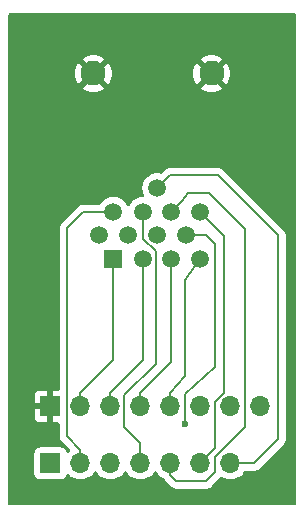
<source format=gbr>
%TF.GenerationSoftware,KiCad,Pcbnew,8.0.6*%
%TF.CreationDate,2025-02-06T00:10:06+01:00*%
%TF.ProjectId,breakout,62726561-6b6f-4757-942e-6b696361645f,rev?*%
%TF.SameCoordinates,Original*%
%TF.FileFunction,Copper,L1,Top*%
%TF.FilePolarity,Positive*%
%FSLAX46Y46*%
G04 Gerber Fmt 4.6, Leading zero omitted, Abs format (unit mm)*
G04 Created by KiCad (PCBNEW 8.0.6) date 2025-02-06 00:10:06*
%MOMM*%
%LPD*%
G01*
G04 APERTURE LIST*
%TA.AperFunction,ComponentPad*%
%ADD10R,1.508000X1.508000*%
%TD*%
%TA.AperFunction,ComponentPad*%
%ADD11C,1.508000*%
%TD*%
%TA.AperFunction,ComponentPad*%
%ADD12C,2.100000*%
%TD*%
%TA.AperFunction,ComponentPad*%
%ADD13R,1.700000X1.700000*%
%TD*%
%TA.AperFunction,ComponentPad*%
%ADD14O,1.700000X1.700000*%
%TD*%
%TA.AperFunction,ViaPad*%
%ADD15C,0.600000*%
%TD*%
%TA.AperFunction,Conductor*%
%ADD16C,0.200000*%
%TD*%
G04 APERTURE END LIST*
D10*
%TO.P,J1,1,1*%
%TO.N,/e*%
X91442000Y-102568000D03*
D11*
%TO.P,J1,2,2*%
%TO.N,/B*%
X93942000Y-102568000D03*
%TO.P,J1,3,3*%
%TO.N,/G*%
X96342000Y-102568000D03*
%TO.P,J1,4,4*%
%TO.N,/D*%
X98742000Y-102568000D03*
%TO.P,J1,5,5*%
%TO.N,/A*%
X90242000Y-100568000D03*
%TO.P,J1,6,6*%
%TO.N,/E*%
X92642000Y-100568000D03*
%TO.P,J1,7,7*%
%TO.N,/Pickup*%
X95142000Y-100568000D03*
%TO.P,J1,8,8*%
%TO.N,/level*%
X97542000Y-100568000D03*
%TO.P,J1,9,9*%
%TO.N,/select*%
X91442000Y-98568000D03*
%TO.P,J1,10,10*%
%TO.N,/sw1*%
X93942000Y-98568000D03*
%TO.P,J1,11,11*%
%TO.N,/sw2*%
X96342000Y-98568000D03*
%TO.P,J1,12,12*%
%TO.N,/vcc*%
X98742000Y-98568000D03*
%TO.P,J1,13,13*%
%TO.N,/vee*%
X95142000Y-96568000D03*
D12*
%TO.P,J1,E1,GND*%
%TO.N,GND*%
X99742000Y-86868000D03*
%TO.P,J1,E2,GND__1*%
X89742000Y-86868000D03*
%TD*%
D13*
%TO.P,J3,1,Pin_1*%
%TO.N,/level*%
X86106000Y-119888000D03*
D14*
%TO.P,J3,2,Pin_2*%
%TO.N,/select*%
X88646000Y-119888000D03*
%TO.P,J3,3,Pin_3*%
%TO.N,unconnected-(J3-Pin_3-Pad3)*%
X91186000Y-119888000D03*
%TO.P,J3,4,Pin_4*%
%TO.N,/sw1*%
X93726000Y-119888000D03*
%TO.P,J3,5,Pin_5*%
%TO.N,/sw2*%
X96266000Y-119888000D03*
%TO.P,J3,6,Pin_6*%
%TO.N,/vcc*%
X98806000Y-119888000D03*
%TO.P,J3,7,Pin_7*%
%TO.N,/vee*%
X101346000Y-119888000D03*
%TD*%
D13*
%TO.P,J2,1,Pin_1*%
%TO.N,GND*%
X86106000Y-115062000D03*
D14*
%TO.P,J2,2,Pin_2*%
%TO.N,/e*%
X88646000Y-115062000D03*
%TO.P,J2,3,Pin_3*%
%TO.N,/B*%
X91186000Y-115062000D03*
%TO.P,J2,4,Pin_4*%
%TO.N,/G*%
X93726000Y-115062000D03*
%TO.P,J2,5,Pin_5*%
%TO.N,/D*%
X96266000Y-115062000D03*
%TO.P,J2,6,Pin_6*%
%TO.N,/A*%
X98806000Y-115062000D03*
%TO.P,J2,7,Pin_7*%
%TO.N,/E*%
X101346000Y-115062000D03*
%TO.P,J2,8,Pin_8*%
%TO.N,/Pickup*%
X103886000Y-115062000D03*
%TD*%
D15*
%TO.N,/level*%
X97536000Y-116523000D03*
%TD*%
D16*
%TO.N,/select*%
X87476600Y-117567000D02*
X87476600Y-99975400D01*
X88884000Y-98568000D02*
X91442000Y-98568000D01*
X87476600Y-99975400D02*
X88884000Y-98568000D01*
%TO.N,/vee*%
X95142000Y-96568000D02*
X96206000Y-95504000D01*
X96206000Y-95504000D02*
X100330000Y-95504000D01*
X105410000Y-117856000D02*
X103378000Y-119888000D01*
X100330000Y-95504000D02*
X105410000Y-100584000D01*
X105410000Y-100584000D02*
X105410000Y-117856000D01*
X103378000Y-119888000D02*
X101346000Y-119888000D01*
%TO.N,/sw2*%
X96266000Y-119888000D02*
X96266000Y-120904000D01*
X96266000Y-120904000D02*
X96774000Y-121412000D01*
X96774000Y-121412000D02*
X99314000Y-121412000D01*
X102616000Y-116840000D02*
X102616000Y-100076000D01*
X99314000Y-121412000D02*
X100076000Y-120650000D01*
X100076000Y-120650000D02*
X100076000Y-119380000D01*
X102616000Y-100076000D02*
X99568000Y-97028000D01*
X100076000Y-119380000D02*
X102616000Y-116840000D01*
X99568000Y-97028000D02*
X97790000Y-97028000D01*
X97282000Y-97628000D02*
X96342000Y-98568000D01*
X97790000Y-97028000D02*
X97282000Y-97628000D01*
%TO.N,/sw1*%
X93942000Y-100861000D02*
X93942000Y-98568000D01*
X95004900Y-101924000D02*
X93942000Y-100861000D01*
X95004900Y-111460000D02*
X95004900Y-101924000D01*
X92337700Y-114127000D02*
X95004900Y-111460000D01*
X92337700Y-116798500D02*
X92337700Y-114127000D01*
X93726000Y-118186800D02*
X93726000Y-119888000D01*
X92337700Y-116798500D02*
X93726000Y-118186800D01*
%TO.N,/select*%
X88646000Y-118736000D02*
X87476600Y-117567000D01*
X88646000Y-119888000D02*
X88646000Y-118736000D01*
%TO.N,/level*%
X97536000Y-114046000D02*
X97536000Y-116523000D01*
X100076000Y-111760000D02*
X97536000Y-114046000D01*
X100076000Y-101346000D02*
X100076000Y-111760000D01*
X99797700Y-101092000D02*
X100076000Y-101346000D01*
X99273700Y-100568000D02*
X99797700Y-101092000D01*
X97542000Y-100568000D02*
X99273700Y-100568000D01*
%TO.N,/vcc*%
X100076000Y-118618000D02*
X98806000Y-119888000D01*
X100076000Y-114706000D02*
X100076000Y-118618000D01*
X100838000Y-113944000D02*
X100076000Y-114706000D01*
X100838000Y-100664000D02*
X100838000Y-113944000D01*
X98742000Y-98568000D02*
X100838000Y-100664000D01*
%TO.N,/B*%
X93942000Y-111154000D02*
X93942000Y-102568000D01*
X91186000Y-113910000D02*
X93942000Y-111154000D01*
X91186000Y-115062000D02*
X91186000Y-113910000D01*
%TO.N,/D*%
X97536000Y-104394000D02*
X98742000Y-102568000D01*
X97536000Y-112522000D02*
X97536000Y-104394000D01*
X96266000Y-113910000D02*
X97536000Y-112522000D01*
X96266000Y-115062000D02*
X96266000Y-113910000D01*
%TO.N,/G*%
X93726000Y-113910000D02*
X93726000Y-115062000D01*
X96342000Y-111294000D02*
X93726000Y-113910000D01*
X96342000Y-102568000D02*
X96342000Y-111294000D01*
%TO.N,/e*%
X91442000Y-111114000D02*
X91442000Y-102568000D01*
X88646000Y-113910000D02*
X91442000Y-111114000D01*
X88646000Y-115062000D02*
X88646000Y-113910000D01*
%TD*%
%TA.AperFunction,Conductor*%
%TO.N,GND*%
G36*
X106877039Y-81800185D02*
G01*
X106922794Y-81852989D01*
X106934000Y-81904500D01*
X106934000Y-123320000D01*
X106914315Y-123387039D01*
X106861511Y-123432794D01*
X106810000Y-123444000D01*
X82674000Y-123444000D01*
X82606961Y-123424315D01*
X82561206Y-123371511D01*
X82550000Y-123320000D01*
X82550000Y-118990135D01*
X84755500Y-118990135D01*
X84755500Y-120785870D01*
X84755501Y-120785876D01*
X84761908Y-120845483D01*
X84812202Y-120980328D01*
X84812206Y-120980335D01*
X84898452Y-121095544D01*
X84898455Y-121095547D01*
X85013664Y-121181793D01*
X85013671Y-121181797D01*
X85148517Y-121232091D01*
X85148516Y-121232091D01*
X85155444Y-121232835D01*
X85208127Y-121238500D01*
X87003872Y-121238499D01*
X87063483Y-121232091D01*
X87198331Y-121181796D01*
X87313546Y-121095546D01*
X87399796Y-120980331D01*
X87448810Y-120848916D01*
X87490681Y-120792984D01*
X87556145Y-120768566D01*
X87624418Y-120783417D01*
X87652673Y-120804569D01*
X87774599Y-120926495D01*
X87870852Y-120993892D01*
X87968165Y-121062032D01*
X87968167Y-121062033D01*
X87968170Y-121062035D01*
X88182337Y-121161903D01*
X88410592Y-121223063D01*
X88587034Y-121238500D01*
X88645999Y-121243659D01*
X88646000Y-121243659D01*
X88646001Y-121243659D01*
X88704966Y-121238500D01*
X88881408Y-121223063D01*
X89109663Y-121161903D01*
X89323830Y-121062035D01*
X89517401Y-120926495D01*
X89684495Y-120759401D01*
X89814425Y-120573842D01*
X89869002Y-120530217D01*
X89938500Y-120523023D01*
X90000855Y-120554546D01*
X90017575Y-120573842D01*
X90147500Y-120759395D01*
X90147505Y-120759401D01*
X90314599Y-120926495D01*
X90410852Y-120993892D01*
X90508165Y-121062032D01*
X90508167Y-121062033D01*
X90508170Y-121062035D01*
X90722337Y-121161903D01*
X90950592Y-121223063D01*
X91127034Y-121238500D01*
X91185999Y-121243659D01*
X91186000Y-121243659D01*
X91186001Y-121243659D01*
X91244966Y-121238500D01*
X91421408Y-121223063D01*
X91649663Y-121161903D01*
X91863830Y-121062035D01*
X92057401Y-120926495D01*
X92224495Y-120759401D01*
X92354425Y-120573842D01*
X92409002Y-120530217D01*
X92478500Y-120523023D01*
X92540855Y-120554546D01*
X92557575Y-120573842D01*
X92687500Y-120759395D01*
X92687505Y-120759401D01*
X92854599Y-120926495D01*
X92950852Y-120993892D01*
X93048165Y-121062032D01*
X93048167Y-121062033D01*
X93048170Y-121062035D01*
X93262337Y-121161903D01*
X93490592Y-121223063D01*
X93667034Y-121238500D01*
X93725999Y-121243659D01*
X93726000Y-121243659D01*
X93726001Y-121243659D01*
X93784966Y-121238500D01*
X93961408Y-121223063D01*
X94189663Y-121161903D01*
X94403830Y-121062035D01*
X94597401Y-120926495D01*
X94764495Y-120759401D01*
X94894425Y-120573842D01*
X94949002Y-120530217D01*
X95018500Y-120523023D01*
X95080855Y-120554546D01*
X95097575Y-120573842D01*
X95227500Y-120759395D01*
X95227505Y-120759401D01*
X95394599Y-120926495D01*
X95490852Y-120993892D01*
X95588165Y-121062032D01*
X95588167Y-121062033D01*
X95588170Y-121062035D01*
X95638222Y-121085374D01*
X95656286Y-121093798D01*
X95708726Y-121139970D01*
X95711268Y-121144179D01*
X95732071Y-121180210D01*
X95732074Y-121180214D01*
X95732075Y-121180215D01*
X95765725Y-121238499D01*
X95785479Y-121272714D01*
X95785481Y-121272717D01*
X95904349Y-121391585D01*
X95904355Y-121391590D01*
X96289139Y-121776374D01*
X96289149Y-121776385D01*
X96293479Y-121780715D01*
X96293480Y-121780716D01*
X96405284Y-121892520D01*
X96405286Y-121892521D01*
X96405290Y-121892524D01*
X96542209Y-121971573D01*
X96542216Y-121971577D01*
X96654019Y-122001534D01*
X96694942Y-122012500D01*
X96694943Y-122012500D01*
X99227331Y-122012500D01*
X99227347Y-122012501D01*
X99234943Y-122012501D01*
X99393054Y-122012501D01*
X99393057Y-122012501D01*
X99545785Y-121971577D01*
X99595904Y-121942639D01*
X99682716Y-121892520D01*
X99794520Y-121780716D01*
X99794520Y-121780714D01*
X99804728Y-121770507D01*
X99804729Y-121770504D01*
X100503450Y-121071786D01*
X100564773Y-121038301D01*
X100634465Y-121043285D01*
X100662253Y-121057892D01*
X100668170Y-121062035D01*
X100882337Y-121161903D01*
X101110592Y-121223063D01*
X101287034Y-121238500D01*
X101345999Y-121243659D01*
X101346000Y-121243659D01*
X101346001Y-121243659D01*
X101404966Y-121238500D01*
X101581408Y-121223063D01*
X101809663Y-121161903D01*
X102023830Y-121062035D01*
X102217401Y-120926495D01*
X102384495Y-120759401D01*
X102520035Y-120565830D01*
X102522707Y-120560097D01*
X102568878Y-120507658D01*
X102635091Y-120488500D01*
X103291331Y-120488500D01*
X103291347Y-120488501D01*
X103298943Y-120488501D01*
X103457054Y-120488501D01*
X103457057Y-120488501D01*
X103609785Y-120447577D01*
X103609787Y-120447575D01*
X103609789Y-120447575D01*
X103609790Y-120447574D01*
X103660640Y-120418216D01*
X103660641Y-120418215D01*
X103746716Y-120368520D01*
X103858520Y-120256716D01*
X103858520Y-120256714D01*
X103868724Y-120246511D01*
X103868728Y-120246506D01*
X105768506Y-118346728D01*
X105768511Y-118346724D01*
X105778714Y-118336520D01*
X105778716Y-118336520D01*
X105890520Y-118224716D01*
X105958054Y-118107743D01*
X105969577Y-118087785D01*
X106010501Y-117935057D01*
X106010501Y-117776943D01*
X106010501Y-117769348D01*
X106010500Y-117769330D01*
X106010500Y-100673059D01*
X106010501Y-100673046D01*
X106010501Y-100504945D01*
X106010501Y-100504943D01*
X105969577Y-100352215D01*
X105925669Y-100276165D01*
X105925669Y-100276163D01*
X105890524Y-100215290D01*
X105890521Y-100215286D01*
X105890520Y-100215284D01*
X105778716Y-100103480D01*
X105778715Y-100103479D01*
X105774385Y-100099149D01*
X105774374Y-100099139D01*
X100817590Y-95142355D01*
X100817588Y-95142352D01*
X100698717Y-95023481D01*
X100698716Y-95023480D01*
X100611904Y-94973360D01*
X100611904Y-94973359D01*
X100611900Y-94973358D01*
X100561785Y-94944423D01*
X100409057Y-94903499D01*
X100250943Y-94903499D01*
X100243347Y-94903499D01*
X100243331Y-94903500D01*
X96285057Y-94903500D01*
X96126942Y-94903500D01*
X95974215Y-94944423D01*
X95974214Y-94944423D01*
X95974212Y-94944424D01*
X95974209Y-94944425D01*
X95924096Y-94973359D01*
X95924095Y-94973360D01*
X95880689Y-94998420D01*
X95837285Y-95023479D01*
X95837282Y-95023481D01*
X95725478Y-95135286D01*
X95547147Y-95313616D01*
X95485824Y-95347101D01*
X95427374Y-95345710D01*
X95360679Y-95327840D01*
X95360676Y-95327839D01*
X95360674Y-95327839D01*
X95251337Y-95318273D01*
X95142002Y-95308708D01*
X95141998Y-95308708D01*
X94923331Y-95327838D01*
X94923324Y-95327839D01*
X94800902Y-95360642D01*
X94711297Y-95384653D01*
X94711295Y-95384653D01*
X94711291Y-95384655D01*
X94512357Y-95477419D01*
X94512349Y-95477423D01*
X94332547Y-95603322D01*
X94332541Y-95603327D01*
X94177327Y-95758541D01*
X94177322Y-95758547D01*
X94051423Y-95938349D01*
X94051419Y-95938357D01*
X93958655Y-96137291D01*
X93958653Y-96137295D01*
X93958653Y-96137297D01*
X93951807Y-96162848D01*
X93901839Y-96349324D01*
X93901838Y-96349331D01*
X93882708Y-96567997D01*
X93882708Y-96568002D01*
X93891759Y-96671464D01*
X93901839Y-96786674D01*
X93958653Y-96998703D01*
X93958654Y-96998706D01*
X93958655Y-96998708D01*
X94022049Y-97134659D01*
X94032541Y-97203737D01*
X94004021Y-97267520D01*
X93945544Y-97305759D01*
X93920474Y-97310591D01*
X93723331Y-97327838D01*
X93723324Y-97327839D01*
X93600902Y-97360642D01*
X93511297Y-97384653D01*
X93511295Y-97384653D01*
X93511291Y-97384655D01*
X93312357Y-97477419D01*
X93312349Y-97477423D01*
X93132547Y-97603322D01*
X93132541Y-97603327D01*
X92977327Y-97758541D01*
X92977322Y-97758547D01*
X92851423Y-97938349D01*
X92851421Y-97938353D01*
X92804382Y-98039230D01*
X92758210Y-98091669D01*
X92691016Y-98110821D01*
X92624135Y-98090605D01*
X92579618Y-98039230D01*
X92546170Y-97967500D01*
X92532579Y-97938354D01*
X92532577Y-97938351D01*
X92532576Y-97938349D01*
X92406677Y-97758547D01*
X92406672Y-97758541D01*
X92251458Y-97603327D01*
X92251452Y-97603322D01*
X92071650Y-97477423D01*
X92071642Y-97477419D01*
X91872708Y-97384655D01*
X91872706Y-97384654D01*
X91872703Y-97384653D01*
X91721885Y-97344240D01*
X91660675Y-97327839D01*
X91660668Y-97327838D01*
X91442002Y-97308708D01*
X91441998Y-97308708D01*
X91223331Y-97327838D01*
X91223324Y-97327839D01*
X91100902Y-97360642D01*
X91011297Y-97384653D01*
X91011295Y-97384653D01*
X91011291Y-97384655D01*
X90812357Y-97477419D01*
X90812349Y-97477423D01*
X90632547Y-97603322D01*
X90632541Y-97603327D01*
X90477327Y-97758541D01*
X90477326Y-97758543D01*
X90368037Y-97914624D01*
X90313460Y-97958248D01*
X90266462Y-97967500D01*
X88804943Y-97967500D01*
X88652213Y-98008423D01*
X88605814Y-98035213D01*
X88605813Y-98035213D01*
X88515287Y-98087477D01*
X88515282Y-98087481D01*
X86996079Y-99606684D01*
X86975020Y-99643160D01*
X86966119Y-99658579D01*
X86917023Y-99743615D01*
X86876099Y-99896343D01*
X86876099Y-99896345D01*
X86876099Y-100064446D01*
X86876100Y-100064459D01*
X86876100Y-113588000D01*
X86856415Y-113655039D01*
X86803611Y-113700794D01*
X86752100Y-113712000D01*
X86356000Y-113712000D01*
X86356000Y-114628988D01*
X86298993Y-114596075D01*
X86171826Y-114562000D01*
X86040174Y-114562000D01*
X85913007Y-114596075D01*
X85856000Y-114628988D01*
X85856000Y-113712000D01*
X85208155Y-113712000D01*
X85148627Y-113718401D01*
X85148620Y-113718403D01*
X85013913Y-113768645D01*
X85013906Y-113768649D01*
X84898812Y-113854809D01*
X84898809Y-113854812D01*
X84812649Y-113969906D01*
X84812645Y-113969913D01*
X84762403Y-114104620D01*
X84762401Y-114104627D01*
X84756000Y-114164155D01*
X84756000Y-114812000D01*
X85672988Y-114812000D01*
X85640075Y-114869007D01*
X85606000Y-114996174D01*
X85606000Y-115127826D01*
X85640075Y-115254993D01*
X85672988Y-115312000D01*
X84756000Y-115312000D01*
X84756000Y-115959844D01*
X84762401Y-116019372D01*
X84762403Y-116019379D01*
X84812645Y-116154086D01*
X84812649Y-116154093D01*
X84898809Y-116269187D01*
X84898812Y-116269190D01*
X85013906Y-116355350D01*
X85013913Y-116355354D01*
X85148620Y-116405596D01*
X85148627Y-116405598D01*
X85208155Y-116411999D01*
X85208172Y-116412000D01*
X85856000Y-116412000D01*
X85856000Y-115495012D01*
X85913007Y-115527925D01*
X86040174Y-115562000D01*
X86171826Y-115562000D01*
X86298993Y-115527925D01*
X86356000Y-115495012D01*
X86356000Y-116412000D01*
X86752100Y-116412000D01*
X86819139Y-116431685D01*
X86864894Y-116484489D01*
X86876100Y-116536000D01*
X86876100Y-117479928D01*
X86876085Y-117480160D01*
X86876100Y-117570030D01*
X86876100Y-117646112D01*
X86876113Y-117646160D01*
X86891947Y-117705213D01*
X86896810Y-117723347D01*
X86896813Y-117723370D01*
X86896816Y-117723370D01*
X86917030Y-117798810D01*
X86917050Y-117798858D01*
X86955084Y-117864708D01*
X86955080Y-117864709D01*
X86955096Y-117864728D01*
X86996077Y-117935712D01*
X86996140Y-117935794D01*
X86996143Y-117935797D01*
X86996144Y-117935798D01*
X87048797Y-117988433D01*
X87107884Y-118047520D01*
X87113583Y-118053219D01*
X87113760Y-118053374D01*
X87647895Y-118587327D01*
X87754658Y-118694053D01*
X87788154Y-118755370D01*
X87783181Y-118825063D01*
X87754673Y-118869430D01*
X87652673Y-118971430D01*
X87591350Y-119004915D01*
X87521658Y-118999931D01*
X87465725Y-118958059D01*
X87448810Y-118927082D01*
X87399797Y-118795671D01*
X87399793Y-118795664D01*
X87313547Y-118680455D01*
X87313544Y-118680452D01*
X87198335Y-118594206D01*
X87198328Y-118594202D01*
X87063482Y-118543908D01*
X87063483Y-118543908D01*
X87003883Y-118537501D01*
X87003881Y-118537500D01*
X87003873Y-118537500D01*
X87003864Y-118537500D01*
X85208129Y-118537500D01*
X85208123Y-118537501D01*
X85148516Y-118543908D01*
X85013671Y-118594202D01*
X85013664Y-118594206D01*
X84898455Y-118680452D01*
X84898452Y-118680455D01*
X84812206Y-118795664D01*
X84812202Y-118795671D01*
X84761908Y-118930517D01*
X84755501Y-118990116D01*
X84755500Y-118990135D01*
X82550000Y-118990135D01*
X82550000Y-86868000D01*
X88187207Y-86868000D01*
X88206348Y-87111219D01*
X88263303Y-87348457D01*
X88356668Y-87573861D01*
X88480504Y-87775941D01*
X89102689Y-87153755D01*
X89121668Y-87199574D01*
X89198274Y-87314224D01*
X89295776Y-87411726D01*
X89410426Y-87488332D01*
X89456242Y-87507309D01*
X88834057Y-88129494D01*
X89036138Y-88253331D01*
X89261542Y-88346696D01*
X89498780Y-88403651D01*
X89498779Y-88403651D01*
X89742000Y-88422792D01*
X89985219Y-88403651D01*
X90222457Y-88346696D01*
X90447861Y-88253331D01*
X90649941Y-88129495D01*
X90649941Y-88129494D01*
X90027757Y-87507309D01*
X90073574Y-87488332D01*
X90188224Y-87411726D01*
X90285726Y-87314224D01*
X90362332Y-87199574D01*
X90381309Y-87153756D01*
X91003494Y-87775941D01*
X91003495Y-87775941D01*
X91127331Y-87573861D01*
X91220696Y-87348457D01*
X91277651Y-87111219D01*
X91296792Y-86868000D01*
X98187207Y-86868000D01*
X98206348Y-87111219D01*
X98263303Y-87348457D01*
X98356668Y-87573861D01*
X98480504Y-87775941D01*
X99102689Y-87153755D01*
X99121668Y-87199574D01*
X99198274Y-87314224D01*
X99295776Y-87411726D01*
X99410426Y-87488332D01*
X99456242Y-87507309D01*
X98834057Y-88129494D01*
X99036138Y-88253331D01*
X99261542Y-88346696D01*
X99498780Y-88403651D01*
X99498779Y-88403651D01*
X99742000Y-88422792D01*
X99985219Y-88403651D01*
X100222457Y-88346696D01*
X100447861Y-88253331D01*
X100649941Y-88129495D01*
X100649941Y-88129494D01*
X100027757Y-87507309D01*
X100073574Y-87488332D01*
X100188224Y-87411726D01*
X100285726Y-87314224D01*
X100362332Y-87199574D01*
X100381309Y-87153756D01*
X101003494Y-87775941D01*
X101003495Y-87775941D01*
X101127331Y-87573861D01*
X101220696Y-87348457D01*
X101277651Y-87111219D01*
X101296792Y-86868000D01*
X101277651Y-86624780D01*
X101220696Y-86387542D01*
X101127331Y-86162138D01*
X101003494Y-85960057D01*
X100381309Y-86582242D01*
X100362332Y-86536426D01*
X100285726Y-86421776D01*
X100188224Y-86324274D01*
X100073574Y-86247668D01*
X100027756Y-86228689D01*
X100649941Y-85606504D01*
X100447861Y-85482668D01*
X100222457Y-85389303D01*
X99985219Y-85332348D01*
X99985220Y-85332348D01*
X99742000Y-85313207D01*
X99498780Y-85332348D01*
X99261542Y-85389303D01*
X99036138Y-85482668D01*
X98834057Y-85606504D01*
X99456243Y-86228689D01*
X99410426Y-86247668D01*
X99295776Y-86324274D01*
X99198274Y-86421776D01*
X99121668Y-86536426D01*
X99102690Y-86582243D01*
X98480504Y-85960057D01*
X98356668Y-86162138D01*
X98263303Y-86387542D01*
X98206348Y-86624780D01*
X98187207Y-86868000D01*
X91296792Y-86868000D01*
X91277651Y-86624780D01*
X91220696Y-86387542D01*
X91127331Y-86162138D01*
X91003494Y-85960057D01*
X90381309Y-86582242D01*
X90362332Y-86536426D01*
X90285726Y-86421776D01*
X90188224Y-86324274D01*
X90073574Y-86247668D01*
X90027756Y-86228689D01*
X90649941Y-85606504D01*
X90447861Y-85482668D01*
X90222457Y-85389303D01*
X89985219Y-85332348D01*
X89985220Y-85332348D01*
X89742000Y-85313207D01*
X89498780Y-85332348D01*
X89261542Y-85389303D01*
X89036138Y-85482668D01*
X88834057Y-85606504D01*
X89456243Y-86228689D01*
X89410426Y-86247668D01*
X89295776Y-86324274D01*
X89198274Y-86421776D01*
X89121668Y-86536426D01*
X89102690Y-86582243D01*
X88480504Y-85960057D01*
X88356668Y-86162138D01*
X88263303Y-86387542D01*
X88206348Y-86624780D01*
X88187207Y-86868000D01*
X82550000Y-86868000D01*
X82550000Y-81904500D01*
X82569685Y-81837461D01*
X82622489Y-81791706D01*
X82674000Y-81780500D01*
X106810000Y-81780500D01*
X106877039Y-81800185D01*
G37*
%TD.AperFunction*%
%TD*%
M02*

</source>
